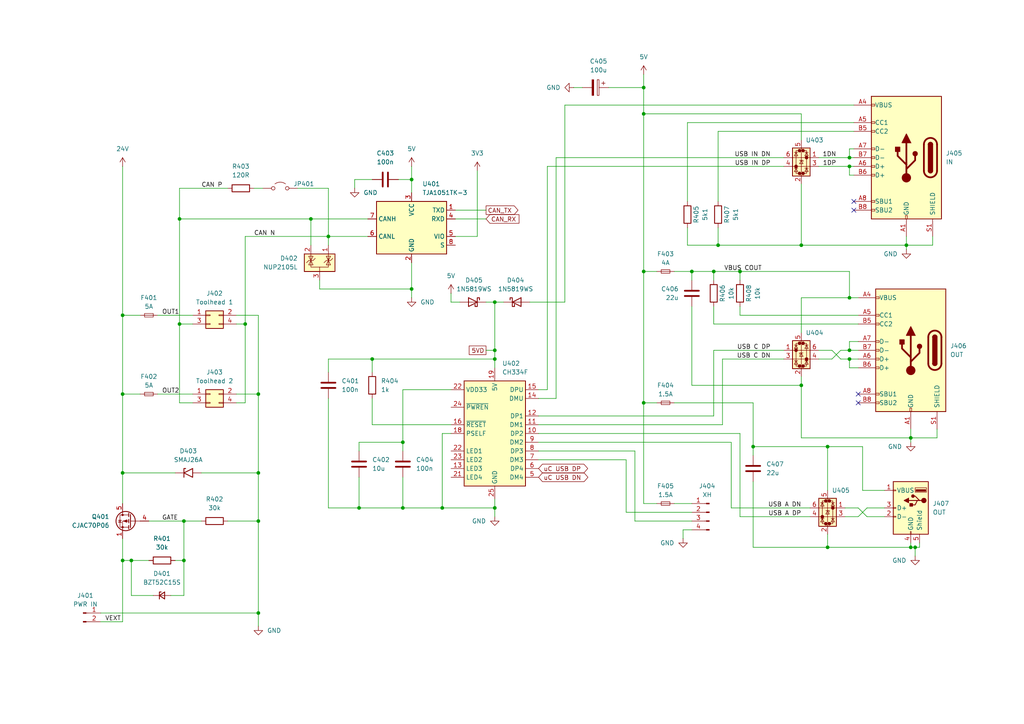
<source format=kicad_sch>
(kicad_sch (version 20250114) (generator "eeschema") (generator_version "9.0")
  (paper "A4")
  (lib_symbols
    (symbol "Connector:Conn_01x02_Pin" (pin_names (offset 1.016) (hide yes))
      (property "Reference" "J" (at 0 2.54 0))
      (property "Value" "Conn_01x02_Pin" (at 0 -5.08 0))
      (symbol "Conn_01x02_Pin_1_1"
        (pin passive line (at 5.08 0 180) (length 3.81) (name "Pin_1") (number "1"))
        (pin passive line (at 5.08 -2.54 180) (length 3.81) (name "Pin_2") (number "2"))
      )
    )
    (symbol "Connector:Conn_01x04_Pin" (pin_names (offset 1.016) (hide yes))
      (property "Reference" "J" (at 0 5.08 0))
      (property "Value" "Conn_01x04_Pin" (at 0 -7.62 0))
      (symbol "Conn_01x04_Pin_1_1"
        (pin passive line (at 5.08 2.54 180) (length 3.81) (name "Pin_1") (number "1"))
        (pin passive line (at 5.08 0 180) (length 3.81) (name "Pin_2") (number "2"))
        (pin passive line (at 5.08 -2.54 180) (length 3.81) (name "Pin_3") (number "3"))
        (pin passive line (at 5.08 -5.08 180) (length 3.81) (name "Pin_4") (number "4"))
      )
    )
    (symbol "Connector:USB_A" (pin_names (offset 1.016))
      (property "Reference" "J" (at -5.08 11.43 0))
      (property "Value" "USB_A" (at -5.08 8.89 0))
      (symbol "USB_A_1_1"
        (pin passive line (at -2.54 -10.16 90) (length 2.54) (name "Shield") (number "5"))
        (pin power_in line (at 0 -10.16 90) (length 2.54) (name "GND") (number "4"))
        (pin power_in line (at 7.62 5.08 180) (length 2.54) (name "VBUS") (number "1"))
        (pin bidirectional line (at 7.62 0 180) (length 2.54) (name "D+") (number "3"))
        (pin bidirectional line (at 7.62 -2.54 180) (length 2.54) (name "D-") (number "2"))
      )
    )
    (symbol "Connector:USB_C_Receptacle_USB2.0_16P" (pin_names (offset 1.016))
      (property "Reference" "J" (at 0 22.225 0))
      (property "Value" "USB_C_Receptacle_USB2.0_16P" (at 0 19.685 0))
      (symbol "USB_C_Receptacle_USB2.0_16P_1_1"
        (pin passive line (at -7.62 -22.86 90) (length 5.08) (name "SHIELD") (number "S1"))
        (pin passive line (at 0 -22.86 90) (length 5.08) (name "GND") (number "A1"))
        (pin passive line (at 0 -22.86 90) (length 5.08) (hide yes) (name "GND") (number "A12"))
        (pin passive line (at 0 -22.86 90) (length 5.08) (hide yes) (name "GND") (number "B1"))
        (pin passive line (at 0 -22.86 90) (length 5.08) (hide yes) (name "GND") (number "B12"))
        (pin passive line (at 15.24 15.24 180) (length 5.08) (name "VBUS") (number "A4"))
        (pin passive line (at 15.24 15.24 180) (length 5.08) (hide yes) (name "VBUS") (number "A9"))
        (pin passive line (at 15.24 15.24 180) (length 5.08) (hide yes) (name "VBUS") (number "B4"))
        (pin passive line (at 15.24 15.24 180) (length 5.08) (hide yes) (name "VBUS") (number "B9"))
        (pin bidirectional line (at 15.24 10.16 180) (length 5.08) (name "CC1") (number "A5"))
        (pin bidirectional line (at 15.24 7.62 180) (length 5.08) (name "CC2") (number "B5"))
        (pin bidirectional line (at 15.24 2.54 180) (length 5.08) (name "D-") (number "A7"))
        (pin bidirectional line (at 15.24 0 180) (length 5.08) (name "D-") (number "B7"))
        (pin bidirectional line (at 15.24 -2.54 180) (length 5.08) (name "D+") (number "A6"))
        (pin bidirectional line (at 15.24 -5.08 180) (length 5.08) (name "D+") (number "B6"))
        (pin bidirectional line (at 15.24 -12.7 180) (length 5.08) (name "SBU1") (number "A8"))
        (pin bidirectional line (at 15.24 -15.24 180) (length 5.08) (name "SBU2") (number "B8"))
      )
    )
    (symbol "Connector_Generic:Conn_02x02_Odd_Even" (pin_names (offset 1.016) (hide yes))
      (property "Reference" "J" (at 1.27 2.54 0))
      (property "Value" "Conn_02x02_Odd_Even" (at 1.27 -5.08 0))
      (symbol "Conn_02x02_Odd_Even_1_1"
        (pin passive line (at -5.08 0 0) (length 3.81) (name "Pin_1") (number "1"))
        (pin passive line (at -5.08 -2.54 0) (length 3.81) (name "Pin_3") (number "3"))
        (pin passive line (at 7.62 0 180) (length 3.81) (name "Pin_2") (number "2"))
        (pin passive line (at 7.62 -2.54 180) (length 3.81) (name "Pin_4") (number "4"))
      )
    )
    (symbol "Device:C" (pin_numbers (hide yes)) (pin_names (offset 0.254))
      (property "Reference" "C" (at 0.635 2.54 0))
      (property "Value" "C" (at 0.635 -2.54 0))
      (symbol "C_1_1"
        (pin passive line (at 0 3.81 270) (length 2.794) (name "~") (number "1"))
        (pin passive line (at 0 -3.81 90) (length 2.794) (name "~") (number "2"))
      )
    )
    (symbol "Device:C_Polarized" (pin_numbers (hide yes)) (pin_names (offset 0.254))
      (property "Reference" "C" (at 0.635 2.54 0))
      (property "Value" "C_Polarized" (at 0.635 -2.54 0))
      (symbol "C_Polarized_1_1"
        (pin passive line (at 0 3.81 270) (length 2.794) (name "~") (number "1"))
        (pin passive line (at 0 -3.81 90) (length 2.794) (name "~") (number "2"))
      )
    )
    (symbol "Device:D_Zener_Small" (pin_numbers (hide yes)) (pin_names (offset 0.254) (hide yes))
      (property "Reference" "D" (at 0 2.286 0))
      (property "Value" "D_Zener_Small" (at 0 -2.286 0))
      (symbol "D_Zener_Small_1_1"
        (pin passive line (at -2.54 0 0) (length 1.778) (name "K") (number "1"))
        (pin passive line (at 2.54 0 180) (length 1.778) (name "A") (number "2"))
      )
    )
    (symbol "Device:Fuse_Small" (pin_numbers (hide yes)) (pin_names (offset 0.254) (hide yes))
      (property "Reference" "F" (at 0 -1.524 0))
      (property "Value" "Fuse_Small" (at 0 1.524 0))
      (symbol "Fuse_Small_1_1"
        (pin passive line (at -2.54 0 0) (length 1.27) (name "~") (number "1"))
        (pin passive line (at 2.54 0 180) (length 1.27) (name "~") (number "2"))
      )
    )
    (symbol "Device:R" (pin_numbers (hide yes)) (pin_names (offset 0))
      (property "Reference" "R" (at 2.032 0 90))
      (property "Value" "R" (at 0 0 90))
      (symbol "R_1_1"
        (pin passive line (at 0 3.81 270) (length 1.27) (name "~") (number "1"))
        (pin passive line (at 0 -3.81 90) (length 1.27) (name "~") (number "2"))
      )
    )
    (symbol "Diode:1N5819WS" (pin_numbers (hide yes)) (pin_names (offset 1.016) (hide yes))
      (property "Reference" "D" (at 0 2.54 0))
      (property "Value" "1N5819WS" (at 0 -2.54 0))
      (symbol "1N5819WS_1_1"
        (pin passive line (at -3.81 0 0) (length 2.54) (name "K") (number "1"))
        (pin passive line (at 3.81 0 180) (length 2.54) (name "A") (number "2"))
      )
    )
    (symbol "Diode:SMAJ26A" (pin_numbers (hide yes)) (pin_names (offset 1.016) (hide yes))
      (property "Reference" "D" (at 0 2.54 0))
      (property "Value" "SMAJ26A" (at 0 -2.54 0))
      (symbol "SMAJ26A_1_1"
        (pin passive line (at -3.81 0 0) (length 2.54) (name "A1") (number "1"))
        (pin passive line (at 3.81 0 180) (length 2.54) (name "A2") (number "2"))
      )
    )
    (symbol "Interface_CAN_LIN:TJA1051TK-3"
      (property "Reference" "U" (at -10.16 8.89 0))
      (property "Value" "TJA1051TK-3" (at 1.27 8.89 0))
      (symbol "TJA1051TK-3_1_1"
        (pin input line (at -12.7 5.08 0) (length 2.54) (name "TXD") (number "1"))
        (pin output line (at -12.7 2.54 0) (length 2.54) (name "RXD") (number "4"))
        (pin power_in line (at -12.7 -2.54 0) (length 2.54) (name "VIO") (number "5"))
        (pin input line (at -12.7 -5.08 0) (length 2.54) (name "S") (number "8"))
        (pin power_in line (at 0 10.16 270) (length 2.54) (name "VCC") (number "3"))
        (pin power_in line (at 0 -10.16 90) (length 2.54) (name "GND") (number "2"))
        (pin passive line (at 0 -10.16 90) (length 2.54) (hide yes) (name "GND") (number "9"))
        (pin bidirectional line (at 12.7 2.54 180) (length 2.54) (name "CANH") (number "7"))
        (pin bidirectional line (at 12.7 -2.54 180) (length 2.54) (name "CANL") (number "6"))
      )
    )
    (symbol "Jumper:Jumper_2_Open" (pin_numbers (hide yes)) (pin_names (offset 0) (hide yes))
      (property "Reference" "JP" (at 0 2.794 0))
      (property "Value" "Jumper_2_Open" (at 0 -2.286 0))
      (symbol "Jumper_2_Open_1_1"
        (pin passive line (at -5.08 0 0) (length 2.54) (name "A") (number "1"))
        (pin passive line (at 5.08 0 180) (length 2.54) (name "B") (number "2"))
      )
    )
    (symbol "Power_Protection:NUP2105L" (pin_names (hide yes))
      (property "Reference" "D" (at 5.715 2.54 0))
      (property "Value" "NUP2105L" (at 5.715 0.635 0))
      (symbol "NUP2105L_0_0"
        (pin passive line (at 0 -5.08 90) (length 2.54) (name "A") (number "3"))
      )
      (symbol "NUP2105L_1_1"
        (pin passive line (at -2.54 5.08 270) (length 2.54) (name "K") (number "1"))
        (pin passive line (at 2.54 5.08 270) (length 2.54) (name "K") (number "2"))
      )
    )
    (symbol "Power_Protection:USBLC6-2SC6" (pin_names (hide yes))
      (property "Reference" "U" (at 0.635 5.715 0))
      (property "Value" "USBLC6-2SC6" (at 0.635 3.81 0))
      (symbol "USBLC6-2SC6_1_1"
        (pin passive line (at -5.08 0 0) (length 2.54) (name "I/O1") (number "1"))
        (pin passive line (at -5.08 -2.54 0) (length 2.54) (name "I/O2") (number "3"))
        (pin passive line (at 0 5.08 270) (length 2.54) (name "VBUS") (number "5"))
        (pin passive line (at 0 -7.62 90) (length 2.54) (name "GND") (number "2"))
        (pin passive line (at 5.08 0 180) (length 2.54) (name "I/O1") (number "6"))
        (pin passive line (at 5.08 -2.54 180) (length 2.54) (name "I/O2") (number "4"))
      )
    )
    (symbol "Transistor_FET:AON6411" (pin_names (hide yes))
      (property "Reference" "Q" (at 5.08 1.905 0))
      (property "Value" "AON6411" (at 5.08 0 0))
      (symbol "AON6411_1_1"
        (pin input line (at -5.08 0 0) (length 2.54) (name "G") (number "4"))
        (pin passive line (at 2.54 5.08 270) (length 2.54) (name "D") (number "5"))
        (pin passive line (at 2.54 -5.08 90) (length 2.54) (name "S") (number "1"))
        (pin passive line (at 2.54 -5.08 90) (length 2.54) (hide yes) (name "S") (number "2"))
        (pin passive line (at 2.54 -5.08 90) (length 2.54) (hide yes) (name "S") (number "3"))
      )
    )
    (symbol "power:+24V" (power) (pin_numbers (hide yes)) (pin_names (offset 0) (hide yes))
      (property "Value" "+24V" (at 0 3.556 0))
      (symbol "+24V_1_1"
        (pin power_in line (at 0 0 90) (length 0) (name "~") (number "1"))
      )
    )
    (symbol "power:+5V" (power) (pin_numbers (hide yes)) (pin_names (offset 0) (hide yes))
      (property "Value" "+5V" (at 0 3.556 0))
      (symbol "+5V_1_1"
        (pin power_in line (at 0 0 90) (length 0) (name "~") (number "1"))
      )
    )
    (symbol "power:GND" (power) (pin_numbers (hide yes)) (pin_names (offset 0) (hide yes))
      (property "Value" "GND" (at 0 -3.81 0))
      (symbol "GND_1_1"
        (pin power_in line (at 0 0 270) (length 0) (name "~") (number "1"))
      )
    )
    (symbol "project:CH334F"
      (property "Reference" "U" (at 1.27 19.05 0))
      (property "Value" "CH334F" (at 1.27 16.51 0))
      (symbol "CH334F_1_1"
        (pin no_connect line (at -27.94 25.4 0) (length 2.54) (hide yes) (name "~{OVCUR}") (number "1"))
        (pin no_connect line (at -27.94 22.86 0) (length 2.54) (hide yes) (name "NC") (number "2"))
        (pin no_connect line (at -27.94 20.32 0) (length 2.54) (hide yes) (name "X0") (number "3"))
        (pin no_connect line (at -27.94 17.78 0) (length 2.54) (hide yes) (name "XI") (number "4"))
        (pin no_connect line (at -27.94 15.24 0) (length 2.54) (hide yes) (name "NC") (number "17"))
        (pin power_out line (at -12.7 12.7 0) (length 3.81) (name "VDD33") (number "22"))
        (pin output line (at -12.7 7.62 0) (length 3.81) (name "~{PWREN}") (number "24"))
        (pin input line (at -12.7 2.54 0) (length 3.81) (name "~{RESET}") (number "16"))
        (pin input line (at -12.7 0 0) (length 3.81) (name "PSELF") (number "18"))
        (pin output line (at -12.7 -5.08 0) (length 3.81) (name "LED1") (number "22"))
        (pin output line (at -12.7 -7.62 0) (length 3.81) (name "LED2") (number "23"))
        (pin output line (at -12.7 -10.16 0) (length 3.81) (name "LED3") (number "13"))
        (pin output line (at -12.7 -12.7 0) (length 3.81) (name "LED4") (number "21"))
        (pin power_in line (at 0 19.05 270) (length 3.81) (name "5V") (number "19"))
        (pin power_in line (at 0 -19.05 90) (length 3.81) (name "GND") (number "25"))
        (pin input line (at 12.7 12.7 180) (length 3.81) (name "DPU") (number "15"))
        (pin input line (at 12.7 10.16 180) (length 3.81) (name "DMU") (number "14"))
        (pin output line (at 12.7 5.08 180) (length 3.81) (name "DP1") (number "12"))
        (pin output line (at 12.7 2.54 180) (length 3.81) (name "DM1") (number "11"))
        (pin output line (at 12.7 0 180) (length 3.81) (name "DP2") (number "10"))
        (pin output line (at 12.7 -2.54 180) (length 3.81) (name "DM2") (number "9"))
        (pin output line (at 12.7 -5.08 180) (length 3.81) (name "DP3") (number "8"))
        (pin output line (at 12.7 -7.62 180) (length 3.81) (name "DM3") (number "7"))
        (pin output line (at 12.7 -10.16 180) (length 3.81) (name "DP4") (number "6"))
        (pin output line (at 12.7 -12.7 180) (length 3.81) (name "DM4") (number "5"))
      )
    )
  )
  (junction (at 246.38 104.14))
  (junction (at 214.63 78.74))
  (junction (at 246.38 101.6))
  (junction (at 52.07 63.5))
  (junction (at 71.12 93.98))
  (junction (at 246.38 48.26))
  (junction (at 119.38 52.07))
  (junction (at 128.27 147.32))
  (junction (at 104.14 147.32))
  (junction (at 264.16 158.75))
  (junction (at 116.84 128.27))
  (junction (at 74.93 114.3))
  (junction (at 35.56 91.44))
  (junction (at 119.38 83.82))
  (junction (at 186.69 78.74))
  (junction (at 246.38 45.72))
  (junction (at 218.44 129.54))
  (junction (at 107.95 104.14))
  (junction (at 116.84 147.32))
  (junction (at 186.69 33.02))
  (junction (at 186.69 116.84))
  (junction (at 53.34 151.13))
  (junction (at 240.03 129.54))
  (junction (at 265.43 158.75))
  (junction (at 74.93 151.13))
  (junction (at 74.93 177.8))
  (junction (at 52.07 93.98))
  (junction (at 53.34 162.56))
  (junction (at 143.51 104.14))
  (junction (at 208.28 71.12))
  (junction (at 246.38 86.36))
  (junction (at 143.51 147.32))
  (junction (at 143.51 101.6))
  (junction (at 35.56 162.56))
  (junction (at 95.25 68.58))
  (junction (at 232.41 71.12))
  (junction (at 143.51 87.63))
  (junction (at 262.89 71.12))
  (junction (at 264.16 127))
  (junction (at 207.01 78.74))
  (junction (at 240.03 158.75))
  (junction (at 38.1 162.56))
  (junction (at 200.66 78.74))
  (junction (at 35.56 114.3))
  (junction (at 90.17 63.5))
  (junction (at 232.41 111.76))
  (junction (at 186.69 25.4))
  (junction (at 74.93 137.16))
  (junction (at 35.56 137.16))
  (no_connect (at 248.92 116.84))
  (no_connect (at 248.92 114.3))
  (no_connect (at 247.65 60.96))
  (no_connect (at 247.65 58.42))
  (wire (pts (xy 104.14 130.81) (xy 104.14 128.27)))
  (wire (pts (xy 240.03 154.94) (xy 240.03 158.75)))
  (wire (pts (xy 218.44 116.84) (xy 218.44 129.54)))
  (wire (pts (xy 200.66 153.67) (xy 198.12 153.67)))
  (wire (pts (xy 52.07 116.84) (xy 52.07 93.98)))
  (wire (pts (xy 243.84 101.6) (xy 246.38 101.6)))
  (wire (pts (xy 71.12 93.98) (xy 68.58 93.98)))
  (wire (pts (xy 35.56 156.21) (xy 35.56 162.56)))
  (wire (pts (xy 40.64 114.3) (xy 35.56 114.3)))
  (wire (pts (xy 246.38 99.06) (xy 246.38 101.6)))
  (wire (pts (xy 156.21 125.73) (xy 214.63 125.73)))
  (wire (pts (xy 207.01 93.98) (xy 207.01 88.9)))
  (wire (pts (xy 186.69 78.74) (xy 186.69 116.84)))
  (wire (pts (xy 52.07 93.98) (xy 52.07 63.5)))
  (wire (pts (xy 209.55 123.19) (xy 209.55 104.14)))
  (wire (pts (xy 128.27 147.32) (xy 143.51 147.32)))
  (wire (pts (xy 232.41 127) (xy 264.16 127)))
  (wire (pts (xy 95.25 107.95) (xy 95.25 104.14)))
  (wire (pts (xy 53.34 162.56) (xy 53.34 151.13)))
  (wire (pts (xy 74.93 177.8) (xy 74.93 181.61)))
  (wire (pts (xy 153.67 87.63) (xy 163.83 87.63)))
  (wire (pts (xy 92.71 81.28) (xy 92.71 83.82)))
  (wire (pts (xy 251.46 147.32) (xy 256.54 147.32)))
  (wire (pts (xy 95.25 68.58) (xy 95.25 71.12)))
  (wire (pts (xy 119.38 76.2) (xy 119.38 83.82)))
  (wire (pts (xy 156.21 133.35) (xy 181.61 133.35)))
  (wire (pts (xy 262.89 68.58) (xy 262.89 71.12)))
  (wire (pts (xy 140.97 63.5) (xy 132.08 63.5)))
  (wire (pts (xy 95.25 147.32) (xy 104.14 147.32)))
  (wire (pts (xy 95.25 104.14) (xy 107.95 104.14)))
  (wire (pts (xy 116.84 138.43) (xy 116.84 147.32)))
  (wire (pts (xy 241.3 104.14) (xy 243.84 101.6)))
  (wire (pts (xy 102.87 54.61) (xy 102.87 52.07)))
  (wire (pts (xy 246.38 50.8) (xy 246.38 48.26)))
  (wire (pts (xy 195.58 78.74) (xy 200.66 78.74)))
  (wire (pts (xy 232.41 40.64) (xy 232.41 33.02)))
  (wire (pts (xy 130.81 87.63) (xy 133.35 87.63)))
  (wire (pts (xy 130.81 125.73) (xy 128.27 125.73)))
  (wire (pts (xy 218.44 158.75) (xy 240.03 158.75)))
  (wire (pts (xy 181.61 148.59) (xy 200.66 148.59)))
  (wire (pts (xy 214.63 81.28) (xy 214.63 78.74)))
  (wire (pts (xy 247.65 43.18) (xy 246.38 43.18)))
  (wire (pts (xy 163.83 87.63) (xy 163.83 30.48)))
  (wire (pts (xy 248.92 91.44) (xy 214.63 91.44)))
  (wire (pts (xy 52.07 54.61) (xy 66.04 54.61)))
  (wire (pts (xy 55.88 116.84) (xy 52.07 116.84)))
  (wire (pts (xy 200.66 78.74) (xy 200.66 81.28)))
  (wire (pts (xy 161.29 45.72) (xy 227.33 45.72)))
  (wire (pts (xy 116.84 128.27) (xy 116.84 130.81)))
  (wire (pts (xy 200.66 111.76) (xy 232.41 111.76)))
  (wire (pts (xy 143.51 101.6) (xy 143.51 104.14)))
  (wire (pts (xy 116.84 113.03) (xy 116.84 128.27)))
  (wire (pts (xy 245.11 147.32) (xy 248.92 147.32)))
  (wire (pts (xy 195.58 116.84) (xy 218.44 116.84)))
  (wire (pts (xy 107.95 115.57) (xy 107.95 123.19)))
  (wire (pts (xy 119.38 83.82) (xy 92.71 83.82)))
  (wire (pts (xy 116.84 113.03) (xy 130.81 113.03)))
  (wire (pts (xy 248.92 147.32) (xy 251.46 149.86)))
  (wire (pts (xy 119.38 48.26) (xy 119.38 52.07)))
  (wire (pts (xy 68.58 91.44) (xy 74.93 91.44)))
  (wire (pts (xy 214.63 78.74) (xy 207.01 78.74)))
  (wire (pts (xy 140.97 87.63) (xy 143.51 87.63)))
  (wire (pts (xy 186.69 146.05) (xy 186.69 116.84)))
  (wire (pts (xy 76.2 54.61) (xy 73.66 54.61)))
  (wire (pts (xy 240.03 129.54) (xy 240.03 142.24)))
  (wire (pts (xy 247.65 38.1) (xy 208.28 38.1)))
  (wire (pts (xy 52.07 93.98) (xy 55.88 93.98)))
  (wire (pts (xy 264.16 124.46) (xy 264.16 127)))
  (wire (pts (xy 245.11 149.86) (xy 248.92 149.86)))
  (wire (pts (xy 248.92 93.98) (xy 207.01 93.98)))
  (wire (pts (xy 74.93 91.44) (xy 74.93 114.3)))
  (wire (pts (xy 156.21 120.65) (xy 207.01 120.65)))
  (wire (pts (xy 35.56 162.56) (xy 38.1 162.56)))
  (wire (pts (xy 195.58 146.05) (xy 200.66 146.05)))
  (wire (pts (xy 237.49 45.72) (xy 246.38 45.72)))
  (wire (pts (xy 199.39 71.12) (xy 208.28 71.12)))
  (wire (pts (xy 250.19 129.54) (xy 240.03 129.54)))
  (wire (pts (xy 218.44 129.54) (xy 218.44 132.08)))
  (wire (pts (xy 74.93 114.3) (xy 68.58 114.3)))
  (wire (pts (xy 232.41 53.34) (xy 232.41 71.12)))
  (wire (pts (xy 71.12 116.84) (xy 71.12 93.98)))
  (wire (pts (xy 90.17 63.5) (xy 90.17 71.12)))
  (wire (pts (xy 250.19 142.24) (xy 250.19 129.54)))
  (wire (pts (xy 107.95 104.14) (xy 143.51 104.14)))
  (wire (pts (xy 212.09 128.27) (xy 212.09 147.32)))
  (wire (pts (xy 50.8 162.56) (xy 53.34 162.56)))
  (wire (pts (xy 35.56 114.3) (xy 35.56 137.16)))
  (wire (pts (xy 184.15 151.13) (xy 200.66 151.13)))
  (wire (pts (xy 115.57 52.07) (xy 119.38 52.07)))
  (wire (pts (xy 45.72 91.44) (xy 55.88 91.44)))
  (wire (pts (xy 156.21 130.81) (xy 184.15 130.81)))
  (wire (pts (xy 198.12 153.67) (xy 198.12 156.21)))
  (wire (pts (xy 264.16 157.48) (xy 264.16 158.75)))
  (wire (pts (xy 95.25 68.58) (xy 106.68 68.58)))
  (wire (pts (xy 232.41 71.12) (xy 262.89 71.12)))
  (wire (pts (xy 104.14 147.32) (xy 116.84 147.32)))
  (wire (pts (xy 130.81 85.09) (xy 130.81 87.63)))
  (wire (pts (xy 119.38 52.07) (xy 119.38 55.88)))
  (wire (pts (xy 140.97 101.6) (xy 143.51 101.6)))
  (wire (pts (xy 71.12 68.58) (xy 95.25 68.58)))
  (wire (pts (xy 209.55 104.14) (xy 227.33 104.14)))
  (wire (pts (xy 138.43 49.53) (xy 138.43 68.58)))
  (wire (pts (xy 29.21 180.34) (xy 35.56 180.34)))
  (wire (pts (xy 156.21 123.19) (xy 209.55 123.19)))
  (wire (pts (xy 208.28 38.1) (xy 208.28 58.42)))
  (wire (pts (xy 208.28 71.12) (xy 232.41 71.12)))
  (wire (pts (xy 246.38 101.6) (xy 248.92 101.6)))
  (wire (pts (xy 156.21 113.03) (xy 158.75 113.03)))
  (wire (pts (xy 53.34 151.13) (xy 58.42 151.13)))
  (wire (pts (xy 212.09 128.27) (xy 156.21 128.27)))
  (wire (pts (xy 35.56 162.56) (xy 35.56 180.34)))
  (wire (pts (xy 246.38 48.26) (xy 247.65 48.26)))
  (wire (pts (xy 181.61 133.35) (xy 181.61 148.59)))
  (wire (pts (xy 214.63 125.73) (xy 214.63 149.86)))
  (wire (pts (xy 176.53 25.4) (xy 186.69 25.4)))
  (wire (pts (xy 38.1 172.72) (xy 38.1 162.56)))
  (wire (pts (xy 186.69 33.02) (xy 186.69 78.74)))
  (wire (pts (xy 184.15 130.81) (xy 184.15 151.13)))
  (wire (pts (xy 266.7 157.48) (xy 266.7 158.75)))
  (wire (pts (xy 262.89 71.12) (xy 262.89 72.39)))
  (wire (pts (xy 248.92 99.06) (xy 246.38 99.06)))
  (wire (pts (xy 35.56 137.16) (xy 50.8 137.16)))
  (wire (pts (xy 95.25 115.57) (xy 95.25 147.32)))
  (wire (pts (xy 246.38 104.14) (xy 248.92 104.14)))
  (wire (pts (xy 232.41 109.22) (xy 232.41 111.76)))
  (wire (pts (xy 104.14 138.43) (xy 104.14 147.32)))
  (wire (pts (xy 270.51 68.58) (xy 270.51 71.12)))
  (wire (pts (xy 237.49 101.6) (xy 241.3 101.6)))
  (wire (pts (xy 104.14 128.27) (xy 116.84 128.27)))
  (wire (pts (xy 264.16 158.75) (xy 265.43 158.75)))
  (wire (pts (xy 214.63 91.44) (xy 214.63 88.9)))
  (wire (pts (xy 68.58 116.84) (xy 71.12 116.84)))
  (wire (pts (xy 116.84 147.32) (xy 128.27 147.32)))
  (wire (pts (xy 55.88 114.3) (xy 45.72 114.3)))
  (wire (pts (xy 200.66 88.9) (xy 200.66 111.76)))
  (wire (pts (xy 208.28 66.04) (xy 208.28 71.12)))
  (wire (pts (xy 53.34 172.72) (xy 53.34 162.56)))
  (wire (pts (xy 248.92 149.86) (xy 251.46 147.32)))
  (wire (pts (xy 74.93 151.13) (xy 74.93 177.8)))
  (wire (pts (xy 143.51 144.78) (xy 143.51 147.32)))
  (wire (pts (xy 44.45 172.72) (xy 38.1 172.72)))
  (wire (pts (xy 52.07 63.5) (xy 52.07 54.61)))
  (wire (pts (xy 207.01 120.65) (xy 207.01 101.6)))
  (wire (pts (xy 246.38 45.72) (xy 247.65 45.72)))
  (wire (pts (xy 218.44 139.7) (xy 218.44 158.75)))
  (wire (pts (xy 246.38 43.18) (xy 246.38 45.72)))
  (wire (pts (xy 74.93 137.16) (xy 74.93 151.13)))
  (wire (pts (xy 240.03 158.75) (xy 264.16 158.75)))
  (wire (pts (xy 243.84 104.14) (xy 246.38 104.14)))
  (wire (pts (xy 43.18 151.13) (xy 53.34 151.13)))
  (wire (pts (xy 232.41 86.36) (xy 246.38 86.36)))
  (wire (pts (xy 140.97 60.96) (xy 132.08 60.96)))
  (wire (pts (xy 158.75 48.26) (xy 227.33 48.26)))
  (wire (pts (xy 241.3 101.6) (xy 243.84 104.14)))
  (wire (pts (xy 186.69 33.02) (xy 232.41 33.02)))
  (wire (pts (xy 264.16 127) (xy 264.16 128.27)))
  (wire (pts (xy 190.5 146.05) (xy 186.69 146.05)))
  (wire (pts (xy 186.69 25.4) (xy 186.69 33.02)))
  (wire (pts (xy 107.95 107.95) (xy 107.95 104.14)))
  (wire (pts (xy 247.65 50.8) (xy 246.38 50.8)))
  (wire (pts (xy 35.56 91.44) (xy 40.64 91.44)))
  (wire (pts (xy 161.29 115.57) (xy 161.29 45.72)))
  (wire (pts (xy 266.7 158.75) (xy 265.43 158.75)))
  (wire (pts (xy 212.09 147.32) (xy 234.95 147.32)))
  (wire (pts (xy 90.17 63.5) (xy 106.68 63.5)))
  (wire (pts (xy 35.56 137.16) (xy 35.56 146.05)))
  (wire (pts (xy 166.37 25.4) (xy 168.91 25.4)))
  (wire (pts (xy 218.44 129.54) (xy 240.03 129.54)))
  (wire (pts (xy 199.39 35.56) (xy 247.65 35.56)))
  (wire (pts (xy 95.25 54.61) (xy 86.36 54.61)))
  (wire (pts (xy 265.43 158.75) (xy 265.43 161.29)))
  (wire (pts (xy 52.07 63.5) (xy 90.17 63.5)))
  (wire (pts (xy 38.1 162.56) (xy 43.18 162.56)))
  (wire (pts (xy 119.38 83.82) (xy 119.38 86.36)))
  (wire (pts (xy 102.87 52.07) (xy 107.95 52.07)))
  (wire (pts (xy 232.41 96.52) (xy 232.41 86.36)))
  (wire (pts (xy 186.69 116.84) (xy 190.5 116.84)))
  (wire (pts (xy 199.39 66.04) (xy 199.39 71.12)))
  (wire (pts (xy 138.43 68.58) (xy 132.08 68.58)))
  (wire (pts (xy 246.38 86.36) (xy 246.38 78.74)))
  (wire (pts (xy 158.75 113.03) (xy 158.75 48.26)))
  (wire (pts (xy 95.25 54.61) (xy 95.25 68.58)))
  (wire (pts (xy 200.66 78.74) (xy 207.01 78.74)))
  (wire (pts (xy 143.51 87.63) (xy 143.51 101.6)))
  (wire (pts (xy 207.01 101.6) (xy 227.33 101.6)))
  (wire (pts (xy 248.92 106.68) (xy 246.38 106.68)))
  (wire (pts (xy 270.51 71.12) (xy 262.89 71.12)))
  (wire (pts (xy 156.21 115.57) (xy 161.29 115.57)))
  (wire (pts (xy 246.38 78.74) (xy 214.63 78.74)))
  (wire (pts (xy 49.53 172.72) (xy 53.34 172.72)))
  (wire (pts (xy 256.54 142.24) (xy 250.19 142.24)))
  (wire (pts (xy 163.83 30.48) (xy 247.65 30.48)))
  (wire (pts (xy 237.49 104.14) (xy 241.3 104.14)))
  (wire (pts (xy 248.92 86.36) (xy 246.38 86.36)))
  (wire (pts (xy 71.12 68.58) (xy 71.12 93.98)))
  (wire (pts (xy 186.69 78.74) (xy 190.5 78.74)))
  (wire (pts (xy 128.27 125.73) (xy 128.27 147.32)))
  (wire (pts (xy 143.51 147.32) (xy 143.51 149.86)))
  (wire (pts (xy 264.16 127) (xy 271.78 127)))
  (wire (pts (xy 207.01 78.74) (xy 207.01 81.28)))
  (wire (pts (xy 271.78 124.46) (xy 271.78 127)))
  (wire (pts (xy 232.41 111.76) (xy 232.41 127)))
  (wire (pts (xy 246.38 106.68) (xy 246.38 104.14)))
  (wire (pts (xy 74.93 114.3) (xy 74.93 137.16)))
  (wire (pts (xy 199.39 58.42) (xy 199.39 35.56)))
  (wire (pts (xy 251.46 149.86) (xy 256.54 149.86)))
  (wire (pts (xy 186.69 21.59) (xy 186.69 25.4)))
  (wire (pts (xy 58.42 137.16) (xy 74.93 137.16)))
  (wire (pts (xy 35.56 48.26) (xy 35.56 91.44)))
  (wire (pts (xy 143.51 87.63) (xy 146.05 87.63)))
  (wire (pts (xy 237.49 48.26) (xy 246.38 48.26)))
  (wire (pts (xy 35.56 114.3) (xy 35.56 91.44)))
  (wire (pts (xy 66.04 151.13) (xy 74.93 151.13)))
  (wire (pts (xy 143.51 104.14) (xy 143.51 106.68)))
  (wire (pts (xy 214.63 149.86) (xy 234.95 149.86)))
  (wire (pts (xy 130.81 123.19) (xy 107.95 123.19)))
  (wire (pts (xy 29.21 177.8) (xy 74.93 177.8)))
  (label "GATE" (at 46.99 151.13 0))
  (label "USB IN DN" (at 223.52 45.72 180))
  (label "OUT1" (at 46.99 91.44 0))
  (label "1DP" (at 242.57 48.26 180))
  (label "CAN N" (at 73.66 68.58 0))
  (label "OUT2" (at 46.99 114.3 0))
  (label "1DN" (at 242.57 45.72 180))
  (label "USB IN DP" (at 223.52 48.26 180))
  (label "USB C DN" (at 223.52 104.14 180))
  (label "USB A DN" (at 232.41 147.32 180))
  (label "USB A DP" (at 232.41 149.86 180))
  (label "CAN P" (at 58.42 54.61 0))
  (label "VBUS COUT" (at 220.98 78.74 180))
  (label "VEXT" (at 30.48 180.34 0))
  (label "USB C DP" (at 223.52 101.6 180))
  (global_label "uC USB DP" (shape bidirectional) (at 156.21 135.89 0) (property "Intersheetrefs" "${INTERSHEET_REFS}" (effects (hide yes))))
  (global_label "CAN_TX" (shape output) (at 140.97 60.96 0) (property "Intersheetrefs" "${INTERSHEET_REFS}" (effects (hide yes))))
  (global_label "uC USB DN" (shape bidirectional) (at 156.21 138.43 0) (property "Intersheetrefs" "${INTERSHEET_REFS}" (effects (hide yes))))
  (global_label "CAN_RX" (shape input) (at 140.97 63.5 0) (property "Intersheetrefs" "${INTERSHEET_REFS}" (effects (hide yes))))
  (global_label "5VD" (shape passive) (at 140.97 101.6 180) (property "Intersheetrefs" "${INTERSHEET_REFS}" (effects (hide yes))))
  (symbol (lib_id "Device:R") (at 46.99 162.56 90) (unit 1)
    (property "Reference" "R401" (at 46.99 156.21 90))
    (property "Value" "30k" (at 46.99 158.75 90))
    (property "Footprint" "Resistor_SMD:R_0402_1005Metric" (effects (hide yes)))
    (property "Description" "Resistor" (effects (hide yes)))
  )
  (symbol (lib_id "Device:C") (at 111.76 52.07 90) (unit 1)
    (property "Reference" "C403" (at 111.76 44.45 90))
    (property "Value" "100n" (at 111.76 46.99 90))
    (property "Footprint" "Capacitor_SMD:C_0402_1005Metric" (effects (hide yes)))
    (property "Description" "Unpolarized capacitor" (effects (hide yes)))
  )
  (symbol (lib_id "Power_Protection:USBLC6-2SC6") (at 232.41 45.72 0) (mirror y) (unit 1)
    (property "Reference" "U403" (at 233.68 40.64 0) (effects (justify right)))
    (property "Value" "USBLC6-2SC6" (effects (hide yes)))
    (property "Footprint" "Package_TO_SOT_SMD:SOT-23-6" (effects (hide yes)))
    (property "Datasheet" "https://www.st.com/resource/en/datasheet/usblc6-2.pdf" (effects (hide yes)))
    (property "Description" "Very low capacitance ESD protection diode, 2 data-line, SOT-23-6" (effects (hide yes)))
  )
  (symbol (lib_id "Connector:Conn_01x02_Pin") (at 24.13 177.8 0) (unit 1)
    (property "Reference" "J401" (at 24.765 172.72 0))
    (property "Value" "PWR IN" (at 24.765 175.26 0))
    (property "Footprint" "Connector_AMASS:AMASS_XT30PW-M_1x02_P2.50mm_Horizontal" (effects (hide yes)))
    (property "Description" "Generic connector, single row, 01x02, script generated" (effects (hide yes)))
  )
  (symbol (lib_id "power:GND") (at 262.89 72.39 0) (mirror y) (unit 1)
    (property "Reference" "#PWR0412" (effects (hide yes)))
    (property "Value" "GND" (at 260.35 73.6599 0) (effects (justify left)))
    (property "Description" "Power symbol creates a global label with name \"GND\" , ground" (effects (hide yes)))
  )
  (symbol (lib_id "Device:C_Polarized") (at 172.72 25.4 270) (unit 1)
    (property "Reference" "C405" (at 173.609 17.78 90))
    (property "Value" "100u" (at 173.609 20.32 90))
    (property "Footprint" "Capacitor_SMD:CP_Elec_6.3x7.7" (effects (hide yes)))
    (property "Description" "Polarized capacitor" (effects (hide yes)))
    (property "Manufacturer Part #" "RVT1H101M0607" (effects (hide yes)))
    (property "LCSC Part #" "C3151829" (effects (hide yes)))
  )
  (symbol (lib_id "Device:R") (at 208.28 62.23 0) (mirror x) (unit 1)
    (property "Reference" "R407" (at 210.82 62.23 90))
    (property "Value" "5k1" (at 213.36 62.23 90))
    (property "Footprint" "Resistor_SMD:R_0402_1005Metric" (effects (hide yes)))
    (property "Description" "Resistor" (effects (hide yes)))
  )
  (symbol (lib_id "Device:R") (at 62.23 151.13 90) (unit 1)
    (property "Reference" "R402" (at 62.23 144.78 90))
    (property "Value" "30k" (at 62.23 147.32 90))
    (property "Footprint" "Resistor_SMD:R_0402_1005Metric" (effects (hide yes)))
    (property "Description" "Resistor" (effects (hide yes)))
  )
  (symbol (lib_id "Device:R") (at 107.95 111.76 0) (mirror x) (unit 1)
    (property "Reference" "R404" (at 110.49 110.49 0) (effects (justify left)))
    (property "Value" "1k" (at 110.49 113.03 0) (effects (justify left)))
    (property "Footprint" "Resistor_SMD:R_0402_1005Metric" (effects (hide yes)))
    (property "Description" "Resistor" (effects (hide yes)))
  )
  (symbol (lib_id "power:GND") (at 166.37 25.4 270) (mirror x) (unit 1)
    (property "Reference" "#PWR0409" (effects (hide yes)))
    (property "Value" "GND" (at 162.56 25.3999 90) (effects (justify right)))
    (property "Description" "Power symbol creates a global label with name \"GND\" , ground" (effects (hide yes)))
  )
  (symbol (lib_id "power:GND") (at 74.93 181.61 0) (unit 1)
    (property "Reference" "#PWR0402" (effects (hide yes)))
    (property "Value" "GND" (at 77.47 182.8799 0) (effects (justify left)))
    (property "Description" "Power symbol creates a global label with name \"GND\" , ground" (effects (hide yes)))
  )
  (symbol (lib_id "Connector_Generic:Conn_02x02_Odd_Even") (at 60.96 91.44 0) (unit 1)
    (property "Reference" "J402" (at 62.23 85.09 0))
    (property "Value" "Toolhead 1" (at 62.23 87.63 0))
    (property "Footprint" "Connector_Molex:Molex_Micro-Fit_3.0_43045-0400_2x02_P3.00mm_Horizontal" (effects (hide yes)))
    (property "Description" "Generic connector, double row, 02x02, odd/even pin numbering scheme (row 1 odd numbers, row 2 even numbers), script generated (kicad-library-utils/schlib/autogen/connector/)" (effects (hide yes)))
  )
  (symbol (lib_id "Device:R") (at 207.01 85.09 0) (mirror x) (unit 1)
    (property "Reference" "R406" (at 209.55 85.09 90))
    (property "Value" "10k" (at 212.09 85.09 90))
    (property "Footprint" "Resistor_SMD:R_0402_1005Metric" (effects (hide yes)))
    (property "Description" "Resistor" (effects (hide yes)))
  )
  (symbol (lib_id "Connector:USB_C_Receptacle_USB2.0_16P") (at 264.16 101.6 0) (mirror y) (unit 1)
    (property "Reference" "J406" (at 275.59 100.3299 0) (effects (justify right)))
    (property "Value" "OUT" (at 275.59 102.8699 0) (effects (justify right)))
    (property "Footprint" "Connector_USB:USB_C_Receptacle_GCT_USB4105-xx-A_16P_TopMnt_Horizontal" (effects (hide yes)))
    (property "Datasheet" "https://www.usb.org/sites/default/files/documents/usb_type-c.zip" (effects (hide yes)))
    (property "Description" "USB 2.0-only 16P Type-C Receptacle connector" (effects (hide yes)))
    (property "Manufacturer Part #" "TYPE-C 16PIN 2MD(073)" (effects (hide yes)))
    (property "LCSC Part #" "C2765186" (effects (hide yes)))
  )
  (symbol (lib_id "Device:C") (at 104.14 134.62 0) (unit 1)
    (property "Reference" "C402" (at 107.95 133.3499 0) (effects (justify left)))
    (property "Value" "10u" (at 107.95 135.8899 0) (effects (justify left)))
    (property "Footprint" "Capacitor_SMD:C_0603_1608Metric" (effects (hide yes)))
    (property "Description" "Unpolarized capacitor" (effects (hide yes)))
  )
  (symbol (lib_id "Connector_Generic:Conn_02x02_Odd_Even") (at 60.96 114.3 0) (unit 1)
    (property "Reference" "J403" (at 62.23 107.95 0))
    (property "Value" "Toolhead 2" (at 62.23 110.49 0))
    (property "Footprint" "Connector_Molex:Molex_Micro-Fit_3.0_43045-0400_2x02_P3.00mm_Horizontal" (effects (hide yes)))
    (property "Description" "Generic connector, double row, 02x02, odd/even pin numbering scheme (row 1 odd numbers, row 2 even numbers), script generated (kicad-library-utils/schlib/autogen/connector/)" (effects (hide yes)))
  )
  (symbol (lib_id "Device:C") (at 95.25 111.76 0) (unit 1)
    (property "Reference" "C401" (at 99.06 110.4899 0) (effects (justify left)))
    (property "Value" "100n" (at 99.06 113.0299 0) (effects (justify left)))
    (property "Footprint" "Capacitor_SMD:C_0402_1005Metric" (effects (hide yes)))
    (property "Description" "Unpolarized capacitor" (effects (hide yes)))
  )
  (symbol (lib_id "power:+5V") (at 130.81 85.09 0) (unit 1)
    (property "Reference" "#PWR0406" (effects (hide yes)))
    (property "Value" "5V" (at 130.81 80.01 0))
    (property "Description" "Power symbol creates a global label with name \"+5V\"" (effects (hide yes)))
  )
  (symbol (lib_id "Device:R") (at 69.85 54.61 270) (mirror x) (unit 1)
    (property "Reference" "R403" (at 69.85 48.26 90))
    (property "Value" "120R" (at 69.85 50.8 90))
    (property "Footprint" "Resistor_SMD:R_0402_1005Metric_Pad0.72x0.64mm_HandSolder" (effects (hide yes)))
    (property "Description" "Resistor" (effects (hide yes)))
  )
  (symbol (lib_id "Diode:1N5819WS") (at 137.16 87.63 0) (mirror y) (unit 1)
    (property "Reference" "D405" (at 137.4775 81.28 0))
    (property "Value" "1N5819WS" (at 137.4775 83.82 0))
    (property "Footprint" "Diode_SMD:D_SOD-323" (effects (hide yes)))
    (property "Datasheet" "https://datasheet.lcsc.com/lcsc/2204281430_Guangdong-Hottech-1N5819WS_C191023.pdf" (effects (hide yes)))
    (property "Description" "40V 600mV@1A 1A SOD-323 Schottky Barrier Diodes, SOD-323" (effects (hide yes)))
  )
  (symbol (lib_id "Device:C") (at 200.66 85.09 0) (mirror y) (unit 1)
    (property "Reference" "C406" (at 196.85 83.8199 0) (effects (justify left)))
    (property "Value" "22u" (at 196.85 86.3599 0) (effects (justify left)))
    (property "Footprint" "Capacitor_SMD:C_1206_3216Metric" (effects (hide yes)))
    (property "Description" "Unpolarized capacitor" (effects (hide yes)))
  )
  (symbol (lib_id "Power_Protection:USBLC6-2SC6") (at 232.41 101.6 0) (unit 1)
    (property "Reference" "U404" (at 233.68 96.52 0) (effects (justify left)))
    (property "Value" "USBLC6-2SC6" (effects (hide yes)))
    (property "Footprint" "Package_TO_SOT_SMD:SOT-23-6" (effects (hide yes)))
    (property "Datasheet" "https://www.st.com/resource/en/datasheet/usblc6-2.pdf" (effects (hide yes)))
    (property "Description" "Very low capacitance ESD protection diode, 2 data-line, SOT-23-6" (effects (hide yes)))
  )
  (symbol (lib_id "power:+24V") (at 35.56 48.26 0) (unit 1)
    (property "Reference" "#PWR0401" (effects (hide yes)))
    (property "Value" "24V" (at 35.56 43.18 0))
    (property "Description" "Power symbol creates a global label with name \"+24V\"" (effects (hide yes)))
  )
  (symbol (lib_id "Transistor_FET:AON6411") (at 38.1 151.13 0) (mirror y) (unit 1)
    (property "Reference" "Q401" (at 31.75 149.8599 0) (effects (justify left)))
    (property "Value" "CJAC70P06" (at 31.75 152.3999 0) (effects (justify left)))
    (property "Footprint" "Package_DFN_QFN:AO_DFN-8-1EP_5.55x5.2mm_P1.27mm_EP4.12x4.6mm" (effects (hide yes)))
    (property "Datasheet" "http://www.aosmd.com/res/data_sheets/AON6411.pd" (effects (hide yes)))
  )
  (symbol (lib_id "Connector:Conn_01x04_Pin") (at 205.74 148.59 0) (mirror y) (unit 1)
    (property "Reference" "J404" (at 205.105 140.97 0))
    (property "Value" "XH" (at 205.105 143.51 0))
    (property "Footprint" "Connector_JST:JST_XH_B4B-XH-A_1x04_P2.50mm_Vertical" (effects (hide yes)))
    (property "Description" "Generic connector, single row, 01x04, script generated" (effects (hide yes)))
  )
  (symbol (lib_id "Device:Fuse_Small") (at 43.18 91.44 0) (unit 1)
    (property "Reference" "F401" (at 43.18 86.36 0))
    (property "Value" "5A" (at 43.18 88.9 0))
    (property "Footprint" "Fuse:Fuse_1206_3216Metric_Pad1.42x1.75mm_HandSolder" (effects (hide yes)))
    (property "Description" "Fuse, small symbol" (effects (hide yes)))
  )
  (symbol (lib_id "power:GND") (at 265.43 161.29 0) (mirror y) (unit 1)
    (property "Reference" "#PWR0414" (effects (hide yes)))
    (property "Value" "GND" (at 262.89 162.5599 0) (effects (justify left)))
    (property "Description" "Power symbol creates a global label with name \"GND\" , ground" (effects (hide yes)))
  )
  (symbol (lib_id "Power_Protection:USBLC6-2SC6") (at 240.03 147.32 0) (mirror y) (unit 1)
    (property "Reference" "U405" (at 241.3 142.24 0) (effects (justify right)))
    (property "Value" "USBLC6-2SC6" (effects (hide yes)))
    (property "Footprint" "Package_TO_SOT_SMD:SOT-23-6" (effects (hide yes)))
    (property "Datasheet" "https://www.st.com/resource/en/datasheet/usblc6-2.pdf" (effects (hide yes)))
    (property "Description" "Very low capacitance ESD protection diode, 2 data-line, SOT-23-6" (effects (hide yes)))
  )
  (symbol (lib_id "Diode:SMAJ26A") (at 54.61 137.16 0) (unit 1)
    (property "Reference" "D403" (at 54.61 130.81 0))
    (property "Value" "SMAJ26A" (at 54.61 133.35 0))
    (property "Footprint" "Diode_SMD:D_SMA" (effects (hide yes)))
    (property "Datasheet" "https://www.littelfuse.com/media?resourcetype=datasheets&itemid=75e32973-b177-4ee3-a0ff-cedaf1abdb93&filename=smaj-datasheet" (effects (hide yes)))
    (property "Description" "400W unidirectional Transient Voltage Suppressor, 26.0Vr, SMA(DO-214AC)" (effects (hide yes)))
  )
  (symbol (lib_id "Device:C") (at 218.44 135.89 0) (unit 1)
    (property "Reference" "C407" (at 222.25 134.6199 0) (effects (justify left)))
    (property "Value" "22u" (at 222.25 137.1599 0) (effects (justify left)))
    (property "Footprint" "Capacitor_SMD:C_1206_3216Metric" (effects (hide yes)))
    (property "Description" "Unpolarized capacitor" (effects (hide yes)))
  )
  (symbol (lib_id "Jumper:Jumper_2_Open") (at 81.28 54.61 0) (mirror y) (unit 1)
    (property "Reference" "JP401" (at 85.09 53.34 0) (effects (justify right)))
    (property "Footprint" "Connector_PinHeader_2.54mm:PinHeader_1x02_P2.54mm_Vertical" (effects (hide yes)))
    (property "Description" "Jumper, 2-pole, open" (effects (hide yes)))
  )
  (symbol (lib_id "Connector:USB_C_Receptacle_USB2.0_16P") (at 262.89 45.72 0) (mirror y) (unit 1)
    (property "Reference" "J405" (at 274.32 44.4499 0) (effects (justify right)))
    (property "Value" "IN" (at 274.32 46.9899 0) (effects (justify right)))
    (property "Footprint" "Connector_USB:USB_C_Receptacle_GCT_USB4105-xx-A_16P_TopMnt_Horizontal" (effects (hide yes)))
    (property "Datasheet" "https://www.usb.org/sites/default/files/documents/usb_type-c.zip" (effects (hide yes)))
    (property "Description" "USB 2.0-only 16P Type-C Receptacle connector" (effects (hide yes)))
    (property "Manufacturer Part #" "TYPE-C 16PIN 2MD(073)" (effects (hide yes)))
    (property "LCSC Part #" "C2765186" (effects (hide yes)))
  )
  (symbol (lib_id "power:GND") (at 264.16 128.27 0) (mirror y) (unit 1)
    (property "Reference" "#PWR0413" (effects (hide yes)))
    (property "Value" "GND" (at 261.62 129.5399 0) (effects (justify left)))
    (property "Description" "Power symbol creates a global label with name \"GND\" , ground" (effects (hide yes)))
  )
  (symbol (lib_id "power:+5V") (at 186.69 21.59 0) (unit 1)
    (property "Reference" "#PWR0410" (effects (hide yes)))
    (property "Value" "5V" (at 186.69 16.51 0))
    (property "Description" "Power symbol creates a global label with name \"+5V\"" (effects (hide yes)))
  )
  (symbol (lib_id "Device:D_Zener_Small") (at 46.99 172.72 0) (unit 1)
    (property "Reference" "D401" (at 46.99 166.37 0))
    (property "Value" "BZT52C15S" (at 46.99 168.91 0))
    (property "Footprint" "Diode_SMD:D_SOD-323" (effects (hide yes)))
    (property "Description" "Zener diode, small symbol" (effects (hide yes)))
    (property "Manufacturer Part #" "BZT52C15S" (effects (hide yes)))
    (property "LCSC Part #" "C19077448" (effects (hide yes)))
  )
  (symbol (lib_id "power:+5V") (at 138.43 49.53 0) (mirror y) (unit 1)
    (property "Reference" "#PWR0407" (effects (hide yes)))
    (property "Value" "3V3" (at 138.43 44.45 0))
    (property "Description" "Power symbol creates a global label with name \"+5V\"" (effects (hide yes)))
  )
  (symbol (lib_id "Interface_CAN_LIN:TJA1051TK-3") (at 119.38 66.04 0) (mirror y) (unit 1)
    (property "Reference" "U401" (at 122.4981 53.34 0) (effects (justify right)))
    (property "Value" "TJA1051TK-3" (at 122.4981 55.88 0) (effects (justify right)))
    (property "Footprint" "Package_SON:HVSON-8-1EP_3x3mm_P0.65mm_EP1.6x2.4mm" (effects (hide yes)))
    (property "Datasheet" "https://www.nxp.com/docs/en/data-sheet/TJA1051.pdf" (effects (hide yes)))
    (property "Description" "High-Speed CAN Transceiver, separate VIO, silent mode, VSON-8 (DFN-8)" (effects (hide yes)))
  )
  (symbol (lib_id "Diode:1N5819WS") (at 149.86 87.63 0) (unit 1)
    (property "Reference" "D404" (at 149.5425 81.28 0))
    (property "Value" "1N5819WS" (at 149.5425 83.82 0))
    (property "Footprint" "Diode_SMD:D_SOD-323" (effects (hide yes)))
    (property "Datasheet" "https://datasheet.lcsc.com/lcsc/2204281430_Guangdong-Hottech-1N5819WS_C191023.pdf" (effects (hide yes)))
    (property "Description" "40V 600mV@1A 1A SOD-323 Schottky Barrier Diodes, SOD-323" (effects (hide yes)))
  )
  (symbol (lib_id "Device:C") (at 116.84 134.62 0) (unit 1)
    (property "Reference" "C404" (at 120.65 133.3499 0) (effects (justify left)))
    (property "Value" "100n" (at 120.65 135.8899 0) (effects (justify left)))
    (property "Footprint" "Capacitor_SMD:C_0402_1005Metric" (effects (hide yes)))
    (property "Description" "Unpolarized capacitor" (effects (hide yes)))
  )
  (symbol (lib_id "Device:Fuse_Small") (at 193.04 78.74 0) (unit 1)
    (property "Reference" "F403" (at 193.04 73.66 0))
    (property "Value" "4A" (at 193.04 76.2 0))
    (property "Footprint" "Fuse:Fuse_0805_2012Metric" (effects (hide yes)))
    (property "Description" "Fuse, small symbol" (effects (hide yes)))
    (property "Manufacturer Part #" "BSMD0805L-400" (effects (hide yes)))
    (property "LCSC Part #" "C49305071" (effects (hide yes)))
  )
  (symbol (lib_id "Device:R") (at 214.63 85.09 0) (mirror x) (unit 1)
    (property "Reference" "R408" (at 217.17 85.09 90))
    (property "Value" "10k" (at 219.71 85.09 90))
    (property "Footprint" "Resistor_SMD:R_0402_1005Metric" (effects (hide yes)))
    (property "Description" "Resistor" (effects (hide yes)))
  )
  (symbol (lib_id "power:+5V") (at 119.38 48.26 0) (mirror y) (unit 1)
    (property "Reference" "#PWR0404" (effects (hide yes)))
    (property "Value" "5V" (at 119.38 43.18 0))
    (property "Description" "Power symbol creates a global label with name \"+5V\"" (effects (hide yes)))
  )
  (symbol (lib_id "Connector:USB_A") (at 264.16 147.32 0) (mirror y) (unit 1)
    (property "Reference" "J407" (at 270.51 146.0499 0) (effects (justify right)))
    (property "Value" "OUT" (at 270.51 148.5899 0) (effects (justify right)))
    (property "Footprint" "Connector_USB:USB_A_Wuerth_614004134726_Horizontal" (effects (hide yes)))
    (property "Description" "USB Type A connector" (effects (hide yes)))
    (property "Manufacturer Part #" "BX-TYPE-A-MCC4P" (effects (hide yes)))
    (property "LCSC Part #" "C18077685" (effects (hide yes)))
  )
  (symbol (lib_id "Device:R") (at 199.39 62.23 0) (mirror x) (unit 1)
    (property "Reference" "R405" (at 201.93 62.23 90))
    (property "Value" "5k1" (at 204.47 62.23 90))
    (property "Footprint" "Resistor_SMD:R_0402_1005Metric" (effects (hide yes)))
    (property "Description" "Resistor" (effects (hide yes)))
  )
  (symbol (lib_id "power:GND") (at 102.87 54.61 0) (unit 1)
    (property "Reference" "#PWR0403" (effects (hide yes)))
    (property "Value" "GND" (at 105.41 55.8799 0) (effects (justify left)))
    (property "Description" "Power symbol creates a global label with name \"GND\" , ground" (effects (hide yes)))
  )
  (symbol (lib_id "Device:Fuse_Small") (at 43.18 114.3 0) (unit 1)
    (property "Reference" "F402" (at 43.18 109.22 0))
    (property "Value" "5A" (at 43.18 111.76 0))
    (property "Footprint" "Fuse:Fuse_1206_3216Metric_Pad1.42x1.75mm_HandSolder" (effects (hide yes)))
    (property "Description" "Fuse, small symbol" (effects (hide yes)))
  )
  (symbol (lib_id "power:GND") (at 198.12 156.21 0) (mirror y) (unit 1)
    (property "Reference" "#PWR0411" (effects (hide yes)))
    (property "Value" "GND" (at 195.58 157.4799 0) (effects (justify left)))
    (property "Description" "Power symbol creates a global label with name \"GND\" , ground" (effects (hide yes)))
  )
  (symbol (lib_id "project:CH334F") (at 143.51 125.73 0) (unit 1)
    (property "Reference" "U402" (at 145.6533 105.41 0) (effects (justify left)))
    (property "Value" "CH334F" (at 145.6533 107.95 0) (effects (justify left)))
    (property "Footprint" "Package_DFN_QFN:QFN-24-1EP_4x4mm_P0.5mm_EP2.7x2.7mm_ThermalVias" (effects (hide yes)))
  )
  (symbol (lib_id "power:GND") (at 143.51 149.86 0) (mirror y) (unit 1)
    (property "Reference" "#PWR0408" (effects (hide yes)))
    (property "Value" "GND" (at 140.97 151.1299 0) (effects (justify left)))
    (property "Description" "Power symbol creates a global label with name \"GND\" , ground" (effects (hide yes)))
  )
  (symbol (lib_id "Device:Fuse_Small") (at 193.04 146.05 0) (unit 1)
    (property "Reference" "F405" (at 193.04 140.97 0))
    (property "Value" "1.5A" (at 193.04 143.51 0))
    (property "Footprint" "Fuse:Fuse_0805_2012Metric" (effects (hide yes)))
    (property "Description" "Fuse, small symbol" (effects (hide yes)))
    (property "Manufacturer Part #" "BSMD0805L-150" (effects (hide yes)))
    (property "LCSC Part #" "C914095" (effects (hide yes)))
  )
  (symbol (lib_id "Power_Protection:NUP2105L") (at 92.71 76.2 0) (mirror y) (unit 1)
    (property "Reference" "D402" (at 86.36 74.9299 0) (effects (justify left)))
    (property "Value" "NUP2105L" (at 86.36 77.4699 0) (effects (justify left)))
    (property "Footprint" "Package_TO_SOT_SMD:SOT-23" (effects (hide yes)))
    (property "Datasheet" "https://www.onsemi.com/pub_link/Collateral/NUP2105L-D.PDF" (effects (hide yes)))
    (property "Description" "Dual Line CAN Bus Protector, 24Vrwm" (effects (hide yes)))
  )
  (symbol (lib_id "Device:Fuse_Small") (at 193.04 116.84 0) (unit 1)
    (property "Reference" "F404" (at 193.04 111.76 0))
    (property "Value" "1.5A" (at 193.04 114.3 0))
    (property "Footprint" "Fuse:Fuse_0805_2012Metric" (effects (hide yes)))
    (property "Description" "Fuse, small symbol" (effects (hide yes)))
    (property "Manufacturer Part #" "BSMD0805L-150" (effects (hide yes)))
    (property "LCSC Part #" "C914095" (effects (hide yes)))
  )
  (symbol (lib_id "power:GND") (at 119.38 86.36 0) (unit 1)
    (property "Reference" "#PWR0405" (effects (hide yes)))
    (property "Value" "GND" (at 121.92 87.6299 0) (effects (justify left)))
    (property "Description" "Power symbol creates a global label with name \"GND\" , ground" (effects (hide yes)))
  )
)
</source>
